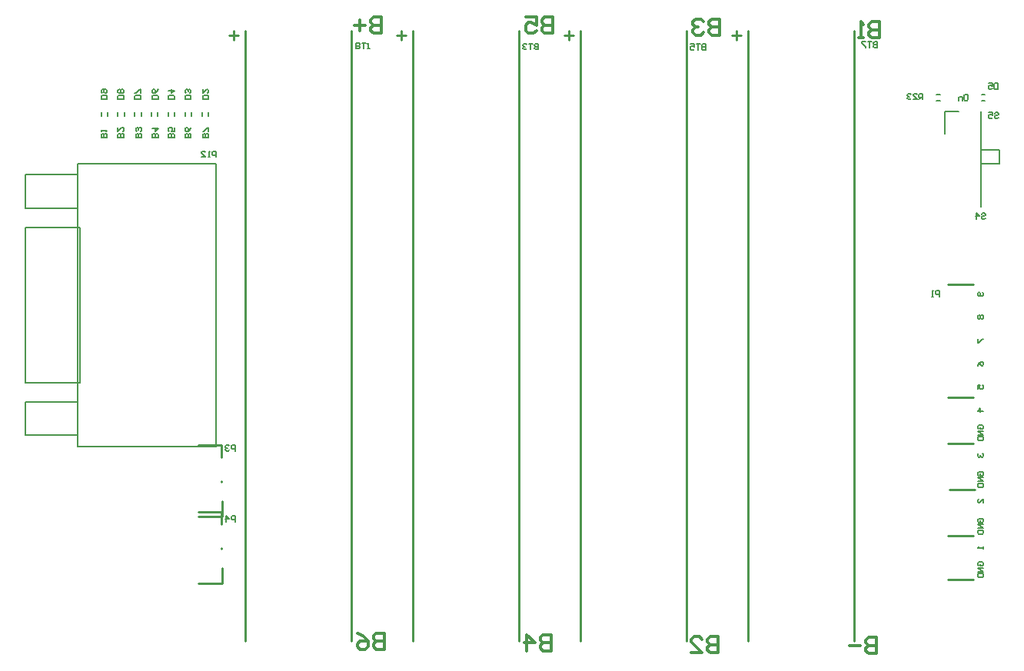
<source format=gbo>
G04*
G04 #@! TF.GenerationSoftware,Altium Limited,Altium Designer,20.0.11 (256)*
G04*
G04 Layer_Color=32896*
%FSLAX25Y25*%
%MOIN*%
G70*
G01*
G75*
%ADD10C,0.01000*%
%ADD12C,0.00787*%
%ADD13C,0.00600*%
%ADD14C,0.00500*%
%ADD16C,0.01400*%
D10*
X352268Y94779D02*
X363268D01*
X352268Y74779D02*
X363268D01*
X352768Y54779D02*
X363768D01*
X352268Y34779D02*
X363268D01*
X352268Y15779D02*
X363268D01*
X352268Y143779D02*
X363268D01*
X27130Y74096D02*
X37130D01*
X37430Y43179D02*
Y49979D01*
X27130Y43179D02*
X37430D01*
X37130Y58179D02*
Y58379D01*
Y68879D02*
Y74096D01*
Y39849D02*
Y45066D01*
Y29149D02*
Y29349D01*
X27130Y14149D02*
X37430D01*
Y20949D01*
X27130Y45066D02*
X37130D01*
X260565Y249779D02*
Y253779D01*
X258565Y251779D02*
X262565D01*
X311565Y-10721D02*
Y253779D01*
X265565Y-10721D02*
Y253779D01*
X187845Y249779D02*
Y253779D01*
X185845Y251779D02*
X189845D01*
X238845Y-10721D02*
Y253779D01*
X192845Y-10721D02*
Y253779D01*
X115125Y249779D02*
Y253779D01*
X113125Y251779D02*
X117125D01*
X166125Y-10721D02*
Y253779D01*
X120125Y-10721D02*
Y253779D01*
X42405Y249779D02*
Y253779D01*
X40405Y251779D02*
X44405D01*
X93405Y-10721D02*
Y253779D01*
X47405Y-10721D02*
Y253779D01*
D12*
X347144Y223478D02*
X348719D01*
X347144Y226234D02*
X348719D01*
X-12259Y216881D02*
Y218456D01*
X-15014Y216881D02*
Y218456D01*
X-4972Y216881D02*
Y218456D01*
X-7728Y216881D02*
Y218456D01*
X2314Y216881D02*
Y218456D01*
X-442Y216881D02*
Y218456D01*
X9600Y216881D02*
Y218456D01*
X6844Y216881D02*
Y218456D01*
X16886Y216881D02*
Y218456D01*
X14130Y216881D02*
Y218456D01*
X31458Y216881D02*
Y218456D01*
X28702Y216881D02*
Y218456D01*
X24172Y216881D02*
Y218456D01*
X21416Y216881D02*
Y218456D01*
X366624Y226164D02*
X368198D01*
X366624Y223408D02*
X368198D01*
D13*
X-48001Y168619D02*
X-24201D01*
X-48001Y101119D02*
Y168619D01*
Y101119D02*
X-24201D01*
Y168619D01*
X-25201Y196219D02*
X34899D01*
X-25201Y73519D02*
Y196219D01*
Y73519D02*
X34899D01*
Y196219D01*
X-48001Y78418D02*
X-25201D01*
X-48001D02*
Y92918D01*
X-25201D01*
X-48001Y176819D02*
X-25201D01*
X-48001D02*
Y191319D01*
X-25201D01*
D14*
X366522Y202026D02*
Y218758D01*
Y196120D02*
Y202026D01*
Y194152D02*
Y196120D01*
Y177420D02*
Y194152D01*
X350774Y209113D02*
Y218955D01*
X356680D01*
X366522Y202026D02*
X374396D01*
Y196120D02*
Y202026D01*
X366522Y196120D02*
X374396D01*
X367104Y140344D02*
X367520Y139927D01*
Y139094D01*
X367104Y138678D01*
X365437D01*
X365021Y139094D01*
Y139927D01*
X365437Y140344D01*
X365854D01*
X366270Y139927D01*
Y138678D01*
X365437Y130544D02*
X365021Y130127D01*
Y129294D01*
X365437Y128878D01*
X365854D01*
X366270Y129294D01*
X366687Y128878D01*
X367104D01*
X367520Y129294D01*
Y130127D01*
X367104Y130544D01*
X366687D01*
X366270Y130127D01*
X365854Y130544D01*
X365437D01*
X366270Y130127D02*
Y129294D01*
X365021Y120104D02*
Y118438D01*
X365437D01*
X367104Y120104D01*
X367520D01*
X365021Y108638D02*
X365437Y109471D01*
X366270Y110304D01*
X367104D01*
X367520Y109887D01*
Y109054D01*
X367104Y108638D01*
X366687D01*
X366270Y109054D01*
Y110304D01*
X365021Y98558D02*
Y100224D01*
X366270D01*
X365854Y99391D01*
Y98974D01*
X366270Y98558D01*
X367104D01*
X367520Y98974D01*
Y99807D01*
X367104Y100224D01*
X367520Y88734D02*
X365021D01*
X366270Y89984D01*
Y88318D01*
X365437Y70594D02*
X365021Y70177D01*
Y69344D01*
X365437Y68928D01*
X365854D01*
X366270Y69344D01*
Y69761D01*
Y69344D01*
X366687Y68928D01*
X367104D01*
X367520Y69344D01*
Y70177D01*
X367104Y70594D01*
X367520Y49004D02*
Y50670D01*
X365854Y49004D01*
X365437D01*
X365021Y49420D01*
Y50253D01*
X365437Y50670D01*
X367520Y30020D02*
Y29187D01*
Y29603D01*
X365021D01*
X365437Y30020D01*
X365437Y81026D02*
X365021Y81442D01*
Y82275D01*
X365437Y82692D01*
X367104D01*
X367520Y82275D01*
Y81442D01*
X367104Y81026D01*
X366270D01*
Y81859D01*
X367520Y80193D02*
X365021D01*
X367520Y78527D01*
X365021D01*
Y77694D02*
X367520D01*
Y76444D01*
X367104Y76028D01*
X365437D01*
X365021Y76444D01*
Y77694D01*
X365437Y60857D02*
X365021Y61274D01*
Y62107D01*
X365437Y62523D01*
X367104D01*
X367520Y62107D01*
Y61274D01*
X367104Y60857D01*
X366270D01*
Y61690D01*
X367520Y60024D02*
X365021D01*
X367520Y58358D01*
X365021D01*
Y57525D02*
X367520D01*
Y56275D01*
X367104Y55859D01*
X365437D01*
X365021Y56275D01*
Y57525D01*
X365437Y40597D02*
X365021Y41014D01*
Y41847D01*
X365437Y42263D01*
X367104D01*
X367520Y41847D01*
Y41014D01*
X367104Y40597D01*
X366270D01*
Y41430D01*
X367520Y39764D02*
X365021D01*
X367520Y38098D01*
X365021D01*
Y37265D02*
X367520D01*
Y36015D01*
X367104Y35599D01*
X365437D01*
X365021Y36015D01*
Y37265D01*
X365437Y21694D02*
X365021Y22110D01*
Y22943D01*
X365437Y23360D01*
X367104D01*
X367520Y22943D01*
Y22110D01*
X367104Y21694D01*
X366270D01*
Y22527D01*
X367520Y20861D02*
X365021D01*
X367520Y19195D01*
X365021D01*
Y18362D02*
X367520D01*
Y17112D01*
X367104Y16695D01*
X365437D01*
X365021Y17112D01*
Y18362D01*
X-12515Y207594D02*
X-15014D01*
Y208843D01*
X-14598Y209260D01*
X-14181D01*
X-13765Y208843D01*
Y207594D01*
Y208843D01*
X-13348Y209260D01*
X-12932D01*
X-12515Y208843D01*
Y207594D01*
X-15014Y210093D02*
Y210926D01*
Y210510D01*
X-12515D01*
X-12932Y210093D01*
X-5229Y207594D02*
X-7728D01*
Y208843D01*
X-7312Y209260D01*
X-6895D01*
X-6479Y208843D01*
Y207594D01*
Y208843D01*
X-6062Y209260D01*
X-5646D01*
X-5229Y208843D01*
Y207594D01*
X-7728Y211759D02*
Y210093D01*
X-6062Y211759D01*
X-5646D01*
X-5229Y211343D01*
Y210510D01*
X-5646Y210093D01*
X2499Y207594D02*
X0D01*
Y208843D01*
X416Y209260D01*
X833D01*
X1250Y208843D01*
Y207594D01*
Y208843D01*
X1666Y209260D01*
X2083D01*
X2499Y208843D01*
Y207594D01*
X2083Y210093D02*
X2499Y210510D01*
Y211343D01*
X2083Y211759D01*
X1666D01*
X1250Y211343D01*
Y210926D01*
Y211343D01*
X833Y211759D01*
X416D01*
X0Y211343D01*
Y210510D01*
X416Y210093D01*
X9627Y207594D02*
X7128D01*
Y208843D01*
X7544Y209260D01*
X7961D01*
X8377Y208843D01*
Y207594D01*
Y208843D01*
X8794Y209260D01*
X9210D01*
X9627Y208843D01*
Y207594D01*
X7128Y211343D02*
X9627D01*
X8377Y210093D01*
Y211759D01*
X16629Y207594D02*
X14130D01*
Y208843D01*
X14546Y209260D01*
X14963D01*
X15380Y208843D01*
Y207594D01*
Y208843D01*
X15796Y209260D01*
X16213D01*
X16629Y208843D01*
Y207594D01*
Y211759D02*
Y210093D01*
X15380D01*
X15796Y210926D01*
Y211343D01*
X15380Y211759D01*
X14546D01*
X14130Y211343D01*
Y210510D01*
X14546Y210093D01*
X23915Y207594D02*
X21416D01*
Y208843D01*
X21833Y209260D01*
X22249D01*
X22666Y208843D01*
Y207594D01*
Y208843D01*
X23082Y209260D01*
X23499D01*
X23915Y208843D01*
Y207594D01*
Y211759D02*
X23499Y210926D01*
X22666Y210093D01*
X21833D01*
X21416Y210510D01*
Y211343D01*
X21833Y211759D01*
X22249D01*
X22666Y211343D01*
Y210093D01*
X31489Y207594D02*
X28990D01*
Y208843D01*
X29406Y209260D01*
X29823D01*
X30240Y208843D01*
Y207594D01*
Y208843D01*
X30656Y209260D01*
X31073D01*
X31489Y208843D01*
Y207594D01*
Y210093D02*
Y211759D01*
X31073D01*
X29406Y210093D01*
X28990D01*
X359590Y226119D02*
X360423D01*
X360840Y225703D01*
Y224037D01*
X360423Y223620D01*
X359590D01*
X359174Y224037D01*
Y225703D01*
X359590Y226119D01*
X358341Y223620D02*
Y225286D01*
X357091D01*
X356675Y224870D01*
Y223620D01*
X348422Y138590D02*
Y141090D01*
X347172D01*
X346755Y140673D01*
Y139840D01*
X347172Y139424D01*
X348422D01*
X345922Y138590D02*
X345089D01*
X345506D01*
Y141090D01*
X345922Y140673D01*
X34655Y198999D02*
Y201499D01*
X33406D01*
X32989Y201082D01*
Y200249D01*
X33406Y199832D01*
X34655D01*
X32156Y198999D02*
X31323D01*
X31740D01*
Y201499D01*
X32156Y201082D01*
X28407Y198999D02*
X30074D01*
X28407Y200665D01*
Y201082D01*
X28824Y201499D01*
X29657D01*
X30074Y201082D01*
X341260Y224020D02*
Y226519D01*
X340010D01*
X339594Y226103D01*
Y225270D01*
X340010Y224853D01*
X341260D01*
X340427D02*
X339594Y224020D01*
X337095D02*
X338761D01*
X337095Y225686D01*
Y226103D01*
X337511Y226519D01*
X338344D01*
X338761Y226103D01*
X336262D02*
X335845Y226519D01*
X335012D01*
X334595Y226103D01*
Y225686D01*
X335012Y225270D01*
X335429D01*
X335012D01*
X334595Y224853D01*
Y224436D01*
X335012Y224020D01*
X335845D01*
X336262Y224436D01*
X-12515Y224170D02*
X-15014D01*
Y225420D01*
X-14598Y225836D01*
X-12932D01*
X-12515Y225420D01*
Y224170D01*
X-14598Y226669D02*
X-15014Y227086D01*
Y227919D01*
X-14598Y228335D01*
X-12932D01*
X-12515Y227919D01*
Y227086D01*
X-12932Y226669D01*
X-13348D01*
X-13765Y227086D01*
Y228335D01*
X2057Y224170D02*
X-442D01*
Y225420D01*
X-26Y225836D01*
X1640D01*
X2057Y225420D01*
Y224170D01*
Y226669D02*
Y228335D01*
X1640D01*
X-26Y226669D01*
X-442D01*
X9627Y224170D02*
X7128D01*
Y225420D01*
X7544Y225836D01*
X9210D01*
X9627Y225420D01*
Y224170D01*
Y228335D02*
X9210Y227502D01*
X8377Y226669D01*
X7544D01*
X7128Y227086D01*
Y227919D01*
X7544Y228335D01*
X7961D01*
X8377Y227919D01*
Y226669D01*
X16629Y224170D02*
X14130D01*
Y225420D01*
X14546Y225836D01*
X16213D01*
X16629Y225420D01*
Y224170D01*
X14130Y227919D02*
X16629D01*
X15380Y226669D01*
Y228335D01*
X23915Y224170D02*
X21416D01*
Y225420D01*
X21833Y225836D01*
X23499D01*
X23915Y225420D01*
Y224170D01*
X23499Y226669D02*
X23915Y227086D01*
Y227919D01*
X23499Y228335D01*
X23082D01*
X22666Y227919D01*
Y227502D01*
Y227919D01*
X22249Y228335D01*
X21833D01*
X21416Y227919D01*
Y227086D01*
X21833Y226669D01*
X31489Y224170D02*
X28990D01*
Y225420D01*
X29406Y225836D01*
X31073D01*
X31489Y225420D01*
Y224170D01*
X28990Y228335D02*
Y226669D01*
X30656Y228335D01*
X31073D01*
X31489Y227919D01*
Y227086D01*
X31073Y226669D01*
X-5229Y224170D02*
X-7728D01*
Y225420D01*
X-7312Y225836D01*
X-5646D01*
X-5229Y225420D01*
Y224170D01*
X-5646Y226669D02*
X-5229Y227086D01*
Y227919D01*
X-5646Y228335D01*
X-6062D01*
X-6479Y227919D01*
X-6895Y228335D01*
X-7312D01*
X-7728Y227919D01*
Y227086D01*
X-7312Y226669D01*
X-6895D01*
X-6479Y227086D01*
X-6062Y226669D01*
X-5646D01*
X-6479Y227086D02*
Y227919D01*
X372311Y217930D02*
X372728Y218347D01*
X373561D01*
X373977Y217930D01*
Y217514D01*
X373561Y217097D01*
X372728D01*
X372311Y216681D01*
Y216264D01*
X372728Y215848D01*
X373561D01*
X373977Y216264D01*
X369812Y218347D02*
X371478D01*
Y217097D01*
X370645Y217514D01*
X370228D01*
X369812Y217097D01*
Y216264D01*
X370228Y215848D01*
X371061D01*
X371478Y216264D01*
X373830Y231049D02*
Y228550D01*
X372580D01*
X372164Y228966D01*
Y230633D01*
X372580Y231049D01*
X373830D01*
X369665D02*
X371331D01*
Y229800D01*
X370498Y230216D01*
X370081D01*
X369665Y229800D01*
Y228966D01*
X370081Y228550D01*
X370914D01*
X371331Y228966D01*
X43027Y40869D02*
Y43368D01*
X41777D01*
X41360Y42952D01*
Y42118D01*
X41777Y41702D01*
X43027D01*
X39278Y40869D02*
Y43368D01*
X40527Y42118D01*
X38861D01*
X43097Y71619D02*
Y74118D01*
X41847D01*
X41430Y73702D01*
Y72869D01*
X41847Y72452D01*
X43097D01*
X40597Y73702D02*
X40181Y74118D01*
X39348D01*
X38931Y73702D01*
Y73285D01*
X39348Y72869D01*
X39764D01*
X39348D01*
X38931Y72452D01*
Y72035D01*
X39348Y71619D01*
X40181D01*
X40597Y72035D01*
X366630Y174312D02*
X367046Y174728D01*
X367879D01*
X368296Y174312D01*
Y173895D01*
X367879Y173478D01*
X367046D01*
X366630Y173062D01*
Y172645D01*
X367046Y172229D01*
X367879D01*
X368296Y172645D01*
X364547Y172229D02*
Y174728D01*
X365796Y173478D01*
X364130D01*
X247130Y248002D02*
Y245502D01*
X245880D01*
X245464Y245919D01*
Y246335D01*
X245880Y246752D01*
X247130D01*
X245880D01*
X245464Y247168D01*
Y247585D01*
X245880Y248002D01*
X247130D01*
X244631D02*
X242965D01*
X243798D01*
Y245502D01*
X240465Y248002D02*
X242132D01*
Y246752D01*
X241299Y247168D01*
X240882D01*
X240465Y246752D01*
Y245919D01*
X240882Y245502D01*
X241715D01*
X242132Y245919D01*
X321550Y249022D02*
Y246522D01*
X320300D01*
X319884Y246939D01*
Y247355D01*
X320300Y247772D01*
X321550D01*
X320300D01*
X319884Y248188D01*
Y248605D01*
X320300Y249022D01*
X321550D01*
X319051D02*
X317385D01*
X318218D01*
Y246522D01*
X316552Y249022D02*
X314885D01*
Y248605D01*
X316552Y246939D01*
Y246522D01*
X174610Y248182D02*
Y245682D01*
X173360D01*
X172944Y246099D01*
Y246515D01*
X173360Y246932D01*
X174610D01*
X173360D01*
X172944Y247348D01*
Y247765D01*
X173360Y248182D01*
X174610D01*
X172111D02*
X170445D01*
X171278D01*
Y245682D01*
X169612Y247765D02*
X169195Y248182D01*
X168362D01*
X167946Y247765D01*
Y247348D01*
X168362Y246932D01*
X168779D01*
X168362D01*
X167946Y246515D01*
Y246099D01*
X168362Y245682D01*
X169195D01*
X169612Y246099D01*
X95470Y248542D02*
Y246042D01*
X96720D01*
X97136Y246459D01*
Y246875D01*
X96720Y247292D01*
X95470D01*
X96720D01*
X97136Y247709D01*
Y248125D01*
X96720Y248542D01*
X95470D01*
X97969D02*
X99635D01*
X98802D01*
Y246042D01*
X100468D02*
X101301D01*
X100885D01*
Y248542D01*
X100468Y248125D01*
D16*
X321177Y-16218D02*
Y-9221D01*
X317678D01*
X316511Y-10387D01*
Y-11553D01*
X317678Y-12720D01*
X321177D01*
X317678D01*
X316511Y-13886D01*
Y-15052D01*
X317678Y-16218D01*
X321177D01*
X314179Y-12720D02*
X309514D01*
X180000Y-8060D02*
Y-15058D01*
X176501D01*
X175335Y-13891D01*
Y-12725D01*
X176501Y-11559D01*
X180000D01*
X176501D01*
X175335Y-10392D01*
Y-9226D01*
X176501Y-8060D01*
X180000D01*
X169503Y-15058D02*
Y-8060D01*
X173002Y-11559D01*
X168337D01*
X107710Y-7490D02*
Y-14488D01*
X104211D01*
X103045Y-13321D01*
Y-12155D01*
X104211Y-10989D01*
X107710D01*
X104211D01*
X103045Y-9822D01*
Y-8656D01*
X104211Y-7490D01*
X107710D01*
X96047D02*
X98380Y-8656D01*
X100712Y-10989D01*
Y-13321D01*
X99546Y-14488D01*
X97213D01*
X96047Y-13321D01*
Y-12155D01*
X97213Y-10989D01*
X100712D01*
X322620Y257810D02*
Y250812D01*
X319121D01*
X317955Y251979D01*
Y253145D01*
X319121Y254311D01*
X322620D01*
X319121D01*
X317955Y255477D01*
Y256644D01*
X319121Y257810D01*
X322620D01*
X315622Y250812D02*
X313290D01*
X314456D01*
Y257810D01*
X315622Y256644D01*
X106490Y259660D02*
Y252662D01*
X102991D01*
X101825Y253829D01*
Y254995D01*
X102991Y256161D01*
X106490D01*
X102991D01*
X101825Y257328D01*
Y258494D01*
X102991Y259660D01*
X106490D01*
X99492Y256161D02*
X94827D01*
X97160Y258494D02*
Y253829D01*
X252480Y-8870D02*
Y-15868D01*
X248981D01*
X247815Y-14701D01*
Y-13535D01*
X248981Y-12369D01*
X252480D01*
X248981D01*
X247815Y-11203D01*
Y-10036D01*
X248981Y-8870D01*
X252480D01*
X240817Y-15868D02*
X245482D01*
X240817Y-11203D01*
Y-10036D01*
X241983Y-8870D01*
X244316D01*
X245482Y-10036D01*
X253210Y258890D02*
Y251892D01*
X249711D01*
X248545Y253059D01*
Y254225D01*
X249711Y255391D01*
X253210D01*
X249711D01*
X248545Y256557D01*
Y257724D01*
X249711Y258890D01*
X253210D01*
X246212Y257724D02*
X245046Y258890D01*
X242713D01*
X241547Y257724D01*
Y256557D01*
X242713Y255391D01*
X243880D01*
X242713D01*
X241547Y254225D01*
Y253059D01*
X242713Y251892D01*
X245046D01*
X246212Y253059D01*
X180670Y259660D02*
Y252662D01*
X177171D01*
X176005Y253829D01*
Y254995D01*
X177171Y256161D01*
X180670D01*
X177171D01*
X176005Y257328D01*
Y258494D01*
X177171Y259660D01*
X180670D01*
X169007D02*
X173672D01*
Y256161D01*
X171340Y257328D01*
X170173D01*
X169007Y256161D01*
Y253829D01*
X170173Y252662D01*
X172506D01*
X173672Y253829D01*
M02*

</source>
